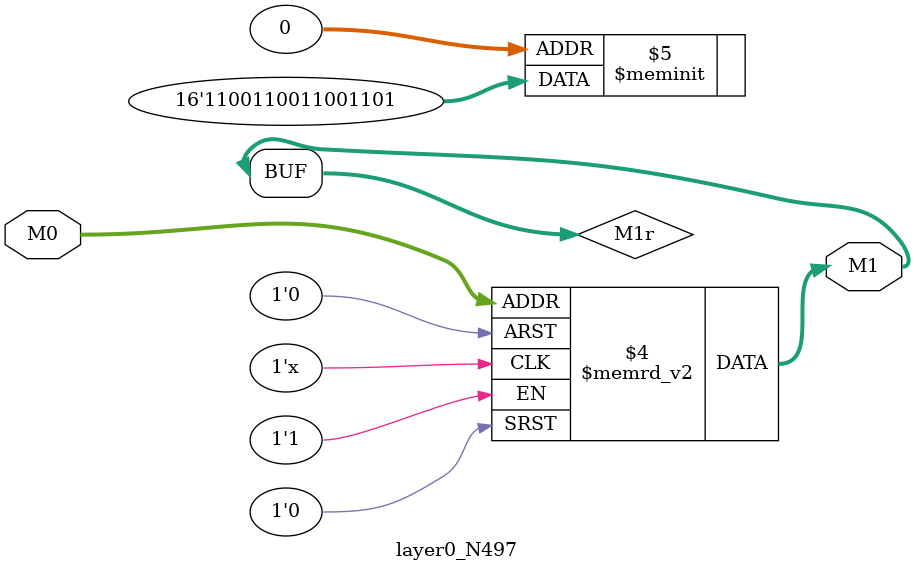
<source format=v>
module layer0_N497 ( input [2:0] M0, output [1:0] M1 );

	(*rom_style = "distributed" *) reg [1:0] M1r;
	assign M1 = M1r;
	always @ (M0) begin
		case (M0)
			3'b000: M1r = 2'b01;
			3'b100: M1r = 2'b00;
			3'b010: M1r = 2'b00;
			3'b110: M1r = 2'b00;
			3'b001: M1r = 2'b11;
			3'b101: M1r = 2'b11;
			3'b011: M1r = 2'b11;
			3'b111: M1r = 2'b11;

		endcase
	end
endmodule

</source>
